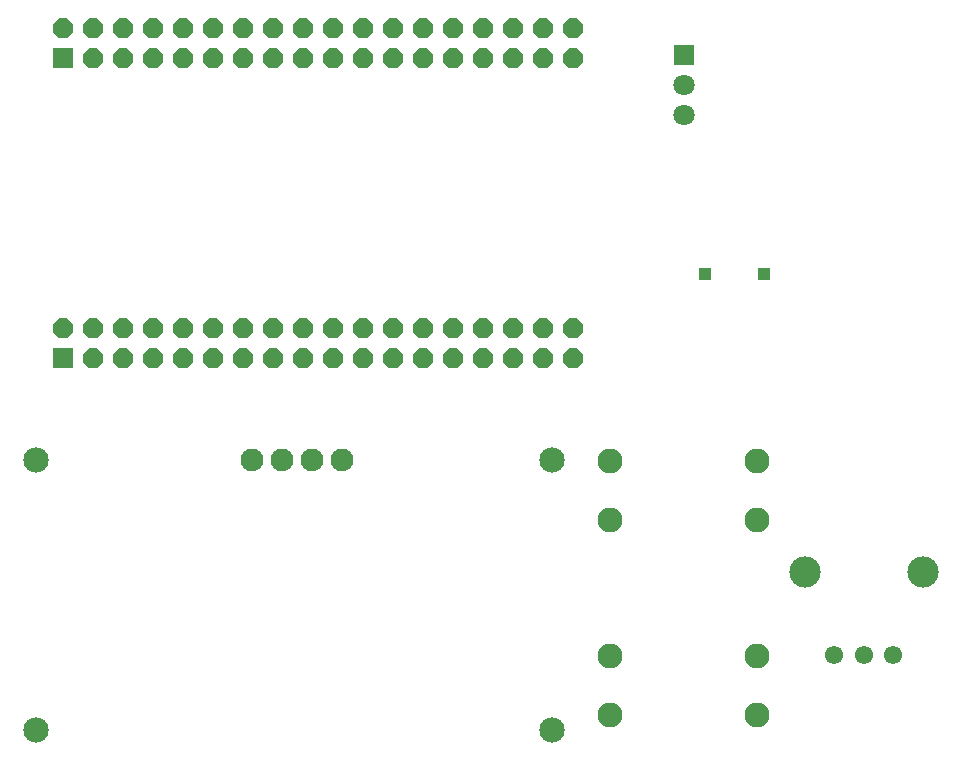
<source format=gbr>
G04 EAGLE Gerber RS-274X export*
G75*
%MOMM*%
%FSLAX34Y34*%
%LPD*%
%INSoldermask Bottom*%
%IPPOS*%
%AMOC8*
5,1,8,0,0,1.08239X$1,22.5*%
G01*
%ADD10R,1.676400X1.676400*%
%ADD11P,1.814519X8X22.500000*%
%ADD12C,2.152400*%
%ADD13C,1.930400*%
%ADD14R,1.057200X1.057200*%
%ADD15C,1.552400*%
%ADD16C,2.652400*%
%ADD17C,2.112400*%
%ADD18R,1.803400X1.803400*%
%ADD19C,1.803400*%


D10*
X71800Y365500D03*
D11*
X71800Y390900D03*
X97200Y365500D03*
X97200Y390900D03*
X122600Y365500D03*
X122600Y390900D03*
X148000Y365500D03*
X148000Y390900D03*
X173400Y365500D03*
X173400Y390900D03*
X198800Y365500D03*
X198800Y390900D03*
X224200Y365500D03*
X224200Y390900D03*
X249600Y365500D03*
X249600Y390900D03*
X275000Y365500D03*
X275000Y390900D03*
X300400Y365500D03*
X300400Y390900D03*
X325800Y365500D03*
X325800Y390900D03*
X351200Y365500D03*
X351200Y390900D03*
X376600Y365500D03*
X376600Y390900D03*
X402000Y365500D03*
X402000Y390900D03*
X427400Y365500D03*
X427400Y390900D03*
X452800Y365500D03*
X452800Y390900D03*
X478200Y365500D03*
X478200Y390900D03*
X503600Y365500D03*
X503600Y390900D03*
D10*
X71800Y619500D03*
D11*
X71800Y644900D03*
X97200Y619500D03*
X97200Y644900D03*
X122600Y619500D03*
X122600Y644900D03*
X148000Y619500D03*
X148000Y644900D03*
X173400Y619500D03*
X173400Y644900D03*
X198800Y619500D03*
X198800Y644900D03*
X224200Y619500D03*
X224200Y644900D03*
X249600Y619500D03*
X249600Y644900D03*
X275000Y619500D03*
X275000Y644900D03*
X300400Y619500D03*
X300400Y644900D03*
X325800Y619500D03*
X325800Y644900D03*
X351200Y619500D03*
X351200Y644900D03*
X376600Y619500D03*
X376600Y644900D03*
X402000Y619500D03*
X402000Y644900D03*
X427400Y619500D03*
X427400Y644900D03*
X452800Y619500D03*
X452800Y644900D03*
X478200Y619500D03*
X478200Y644900D03*
X503600Y619500D03*
X503600Y644900D03*
D12*
X48260Y50800D03*
X485140Y50800D03*
X48260Y279400D03*
X485140Y279400D03*
D13*
X231140Y279400D03*
X256540Y279400D03*
X281940Y279400D03*
X307340Y279400D03*
D14*
X614600Y436800D03*
X664600Y436800D03*
D15*
X724300Y114300D03*
X749300Y114300D03*
X774300Y114300D03*
D16*
X699300Y184300D03*
X799300Y184300D03*
D17*
X659400Y113900D03*
X659400Y63900D03*
X534400Y63900D03*
X534400Y113900D03*
D18*
X596900Y622300D03*
D19*
X596900Y596900D03*
X596900Y571500D03*
D17*
X659400Y279000D03*
X659400Y229000D03*
X534400Y229000D03*
X534400Y279000D03*
M02*

</source>
